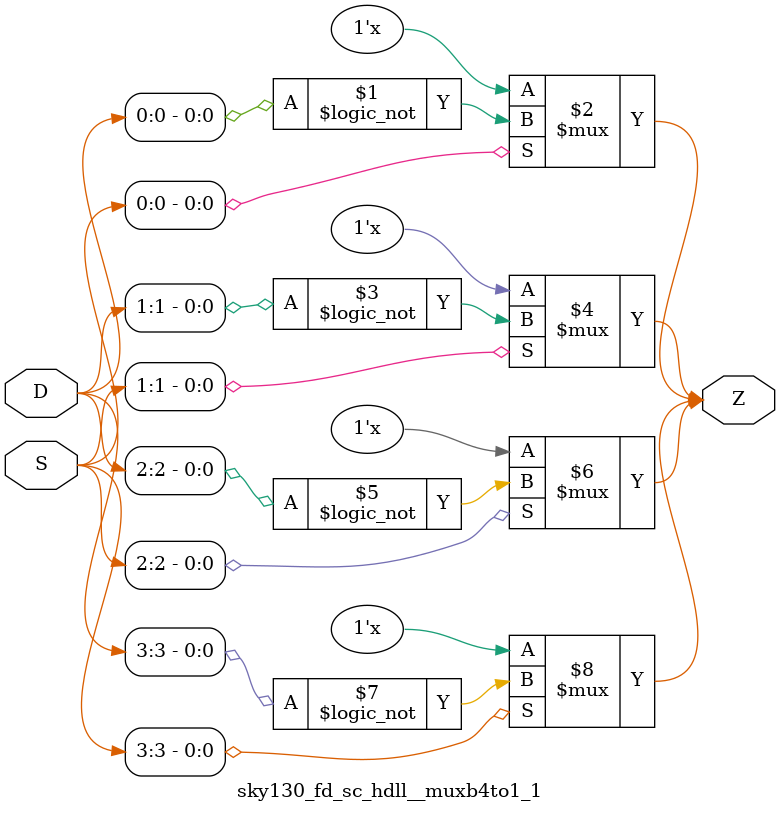
<source format=v>
/*
 * Copyright 2020 The SkyWater PDK Authors
 *
 * Licensed under the Apache License, Version 2.0 (the "License");
 * you may not use this file except in compliance with the License.
 * You may obtain a copy of the License at
 *
 *     https://www.apache.org/licenses/LICENSE-2.0
 *
 * Unless required by applicable law or agreed to in writing, software
 * distributed under the License is distributed on an "AS IS" BASIS,
 * WITHOUT WARRANTIES OR CONDITIONS OF ANY KIND, either express or implied.
 * See the License for the specific language governing permissions and
 * limitations under the License.
 *
 * SPDX-License-Identifier: Apache-2.0
*/


`ifndef SKY130_FD_SC_HDLL__MUXB4TO1_1_FUNCTIONAL_V
`define SKY130_FD_SC_HDLL__MUXB4TO1_1_FUNCTIONAL_V

/**
 * muxb4to1: Buffered 4-input multiplexer.
 *
 * Verilog simulation functional model.
 */

`timescale 1ns / 1ps
`default_nettype none

`celldefine
module sky130_fd_sc_hdll__muxb4to1_1 (
    Z,
    D,
    S
);

    // Module ports
    output       Z;
    input  [3:0] D;
    input  [3:0] S;

    //     Name     Output  Other arguments
    bufif1 bufif10 (Z     , !D[0], S[0]    );
    bufif1 bufif11 (Z     , !D[1], S[1]    );
    bufif1 bufif12 (Z     , !D[2], S[2]    );
    bufif1 bufif13 (Z     , !D[3], S[3]    );

endmodule
`endcelldefine

`default_nettype wire
`endif  // SKY130_FD_SC_HDLL__MUXB4TO1_1_FUNCTIONAL_V

</source>
